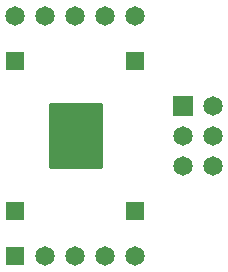
<source format=gts>
%FSLAX34Y34*%
G04 Gerber Fmt 3.4, Leading zero omitted, Abs format*
G04 (created by PCBNEW (2014-03-14 BZR 4750)-product) date Mon 17 Mar 2014 06:19:06 PM CET*
%MOIN*%
G01*
G70*
G90*
G04 APERTURE LIST*
%ADD10C,0.005906*%
%ADD11R,0.009843X0.039370*%
%ADD12C,0.040000*%
%ADD13C,0.064961*%
%ADD14R,0.064961X0.064961*%
%ADD15R,0.065000X0.065000*%
%ADD16C,0.065000*%
%ADD17C,0.010000*%
G04 APERTURE END LIST*
G54D10*
G54D11*
X63606Y-40590D03*
X63803Y-40590D03*
X64000Y-40590D03*
X64196Y-40590D03*
X64393Y-40590D03*
X64393Y-39409D03*
X64196Y-39409D03*
X64000Y-39409D03*
X63803Y-39409D03*
X63606Y-39409D03*
G54D12*
X64000Y-40000D03*
G54D13*
X66000Y-36000D03*
X65000Y-36000D03*
X64000Y-36000D03*
X63000Y-36000D03*
X62000Y-36000D03*
G54D14*
X66000Y-42500D03*
X66000Y-37500D03*
X62000Y-37500D03*
G54D15*
X67600Y-39000D03*
G54D16*
X68600Y-39000D03*
X67600Y-40000D03*
X68600Y-40000D03*
X67600Y-41000D03*
X68600Y-41000D03*
G54D14*
X62000Y-44000D03*
G54D13*
X63000Y-44000D03*
X64000Y-44000D03*
X65000Y-44000D03*
X66000Y-44000D03*
G54D14*
X62000Y-42500D03*
G54D10*
G36*
X64850Y-41050D02*
X63150Y-41050D01*
X63150Y-38950D01*
X64850Y-38950D01*
X64850Y-41050D01*
X64850Y-41050D01*
G37*
G54D17*
X64850Y-41050D02*
X63150Y-41050D01*
X63150Y-38950D01*
X64850Y-38950D01*
X64850Y-41050D01*
M02*

</source>
